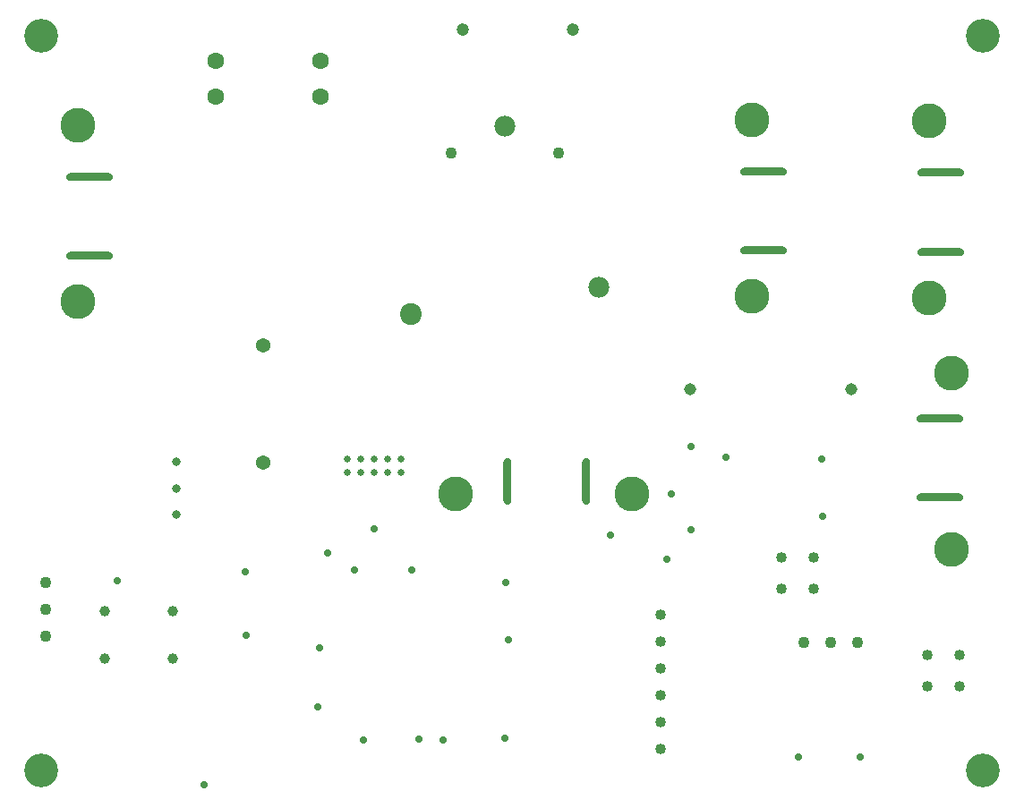
<source format=gbr>
%FSTAX23Y23*%
%MOIN*%
%SFA1B1*%

%IPPOS*%
%ADD124C,0.040000*%
%ADD125C,0.040000*%
%ADD126C,0.040000*%
%ADD127O,0.176000X0.030000*%
%ADD128C,0.130000*%
%ADD129O,0.030000X0.176000*%
%ADD130C,0.130000*%
%ADD131C,0.047000*%
%ADD132C,0.054000*%
%ADD133C,0.063000*%
%ADD134C,0.025000*%
%ADD135C,0.039000*%
%ADD136C,0.043000*%
%ADD137C,0.033000*%
%ADD138C,0.126000*%
%ADD139C,0.126000*%
%ADD140C,0.126000*%
%ADD141C,0.126000*%
%ADD142C,0.045000*%
%ADD143C,0.043000*%
%ADD144C,0.081000*%
%ADD145C,0.078000*%
%ADD146C,0.043000*%
%ADD147C,0.028000*%
%LNbatt_man_rev2_pth_drill-1*%
%LPD*%
G54D124*
X03569Y00921D03*
X03451D03*
X03569Y01039D03*
X03451D03*
G54D125*
X03025Y01403D03*
Y01285D03*
X02907Y01403D03*
Y01285D03*
G54D126*
X02455Y0069D03*
Y0079D03*
Y0089D03*
Y0099D03*
Y0109D03*
Y0119D03*
G54D127*
X03495Y01625D03*
Y0192D03*
X0033Y0282D03*
Y02525D03*
X035Y02835D03*
Y0254D03*
X0284Y0284D03*
Y02545D03*
G54D128*
X0354Y01432D03*
Y0209D03*
X00285Y03013D03*
Y02355D03*
X03455Y03028D03*
Y0237D03*
X02795Y03033D03*
Y02375D03*
G54D129*
X01885Y01685D03*
X0218D03*
G54D130*
X01692Y0164D03*
X0235D03*
G54D131*
X02131Y0337D03*
X01719D03*
G54D132*
X00975Y02193D03*
Y01755D03*
G54D133*
X008Y03118D03*
X0119D03*
Y03252D03*
X008D03*
G54D134*
X0129Y0172D03*
X0134D03*
X0139D03*
X0144D03*
X0149D03*
X0129Y0177D03*
X0134D03*
X0139D03*
X0144D03*
X0149D03*
G54D135*
X00385Y01204D03*
X00641D03*
X00385Y01026D03*
X00641D03*
G54D136*
X00165Y0131D03*
Y0121D03*
Y0111D03*
G54D137*
X00654Y01758D03*
Y0166D03*
Y01562D03*
G54D138*
X0015Y03345D03*
G54D139*
X0015Y0061D03*
G54D140*
X03655Y03345D03*
G54D141*
X03655Y0061D03*
G54D142*
X02565Y0203D03*
X03165D03*
G54D143*
X02075Y0291D03*
X01675D03*
G54D144*
X01525Y0231D03*
G54D145*
X01875Y0301D03*
X02225Y0241D03*
G54D146*
X0299Y01085D03*
X0309D03*
X0319D03*
G54D147*
X0091Y0135D03*
X00912Y01111D03*
X00755Y00555D03*
X032Y0066D03*
X0297D03*
X01215Y0142D03*
X0118Y00845D03*
X01185Y01065D03*
X0227Y01485D03*
X01389Y0151D03*
X03055Y0177D03*
X00433Y01315D03*
X0306Y01555D03*
X0189Y01095D03*
X0188Y0131D03*
X01315Y01355D03*
X0153D03*
X0135Y00724D03*
X01555Y00727D03*
X01875Y00728D03*
X01645Y00724D03*
X02495Y0164D03*
X0248Y01395D03*
X02701Y01775D03*
X02568Y01505D03*
Y01815D03*
M02*
</source>
